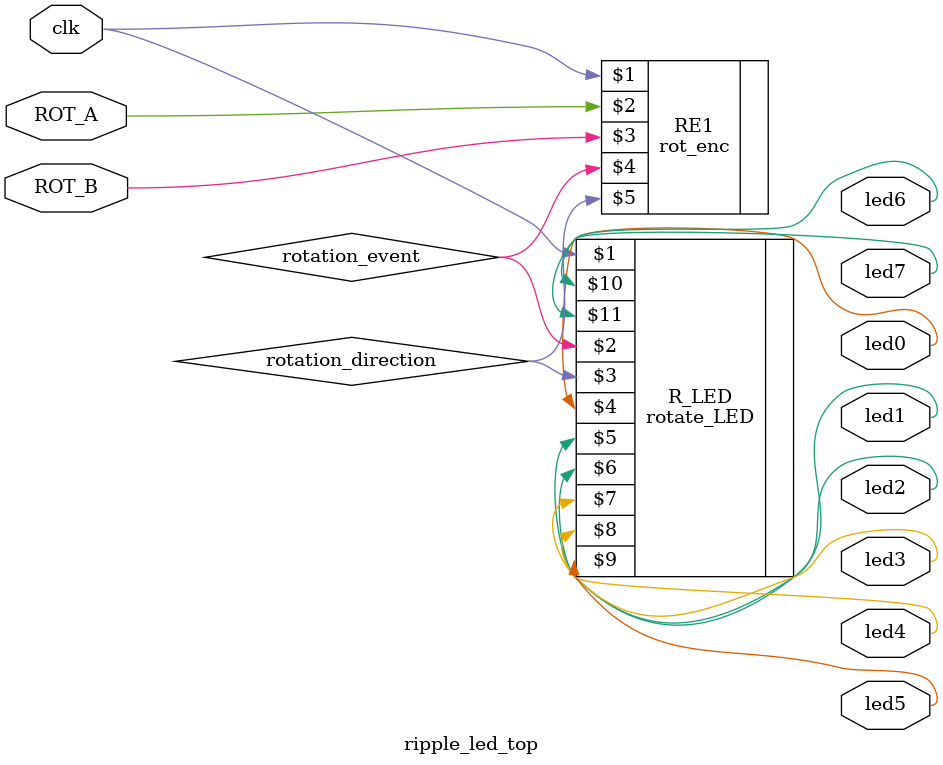
<source format=v>
`timescale 1ns / 1ps
module ripple_led_top(clk, ROT_A, ROT_B,
							 led0, led1, led2, led3, led4, led5, led6, led7);
	input clk;
	input ROT_A;
	input ROT_B;
	
	output led0;
	reg led0;
	output led1;
	reg led1;
	output led2;
	reg led2;
	output led3;
	reg led3;
	output led4;
	reg led4;
	output led5;
	reg led5;
	output led6;
	reg led6;
	output led7;
	reg led7;
	
	wire rotation_event;
	wire rotation_direction;
	
	rot_enc RE1 (clk, ROT_A, ROT_B, rotation_event, rotation_direction);
	rotate_LED R_LED (clk, rotation_event, rotation_direction,
							led0, led1, led2, led3, led4, led5, led6, led7);

endmodule

</source>
